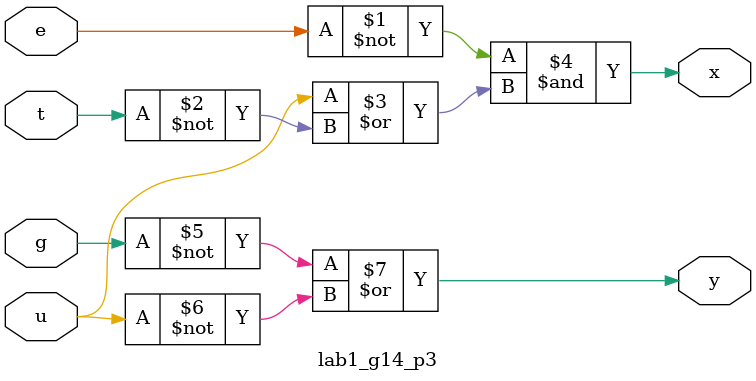
<source format=sv>
/*
Haz?rlayanlar:
Ahmet Ali Tilkicio?lu
Muhammed Furkan Sar?kaya
*/

module lab1_g14_p3(
	input logic g,t,u,e, //ipnut variables
	output logic x,y //output variables
);

assign x = ~e & (u | ~t); // output x definition
assign y = ~g | ~u; // output y definition

endmodule


</source>
